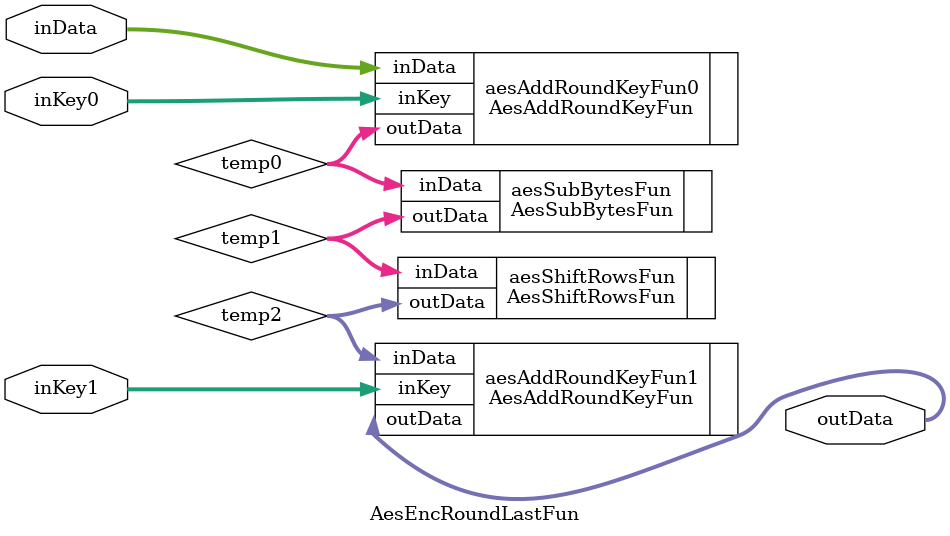
<source format=v>
module AesEncRoundLastFun (
	input	wire	[127:0]	inData,	
    input	wire	[127:0]	inKey0,	
	input	wire	[127:0]	inKey1,	
	output	wire	[127:0]	outData 
);    
	
wire [127:0] temp0;
wire [127:0] temp1;
wire [127:0] temp2;
	
AesAddRoundKeyFun 	aesAddRoundKeyFun0 	(.inData(inData), .inKey(inKey0), .outData(temp0));
AesSubBytesFun 		aesSubBytesFun 		(.inData(temp0), .outData(temp1));
AesShiftRowsFun 	aesShiftRowsFun		(.inData(temp1), .outData(temp2));
AesAddRoundKeyFun 	aesAddRoundKeyFun1 	(.inData(temp2), .inKey(inKey1), .outData(outData));

endmodule
</source>
